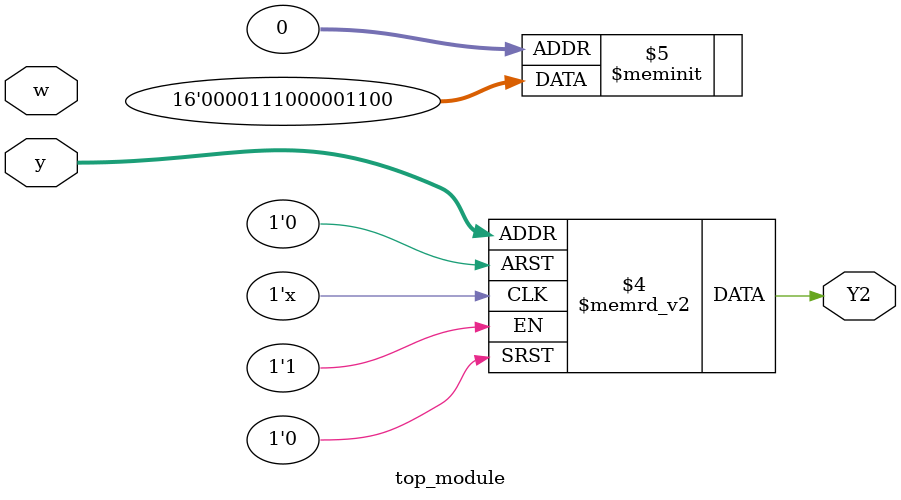
<source format=sv>
module top_module(
	input [3:0] y,
	input w,
	output reg Y2);
	
	always_comb begin
		case(y)
			4'h0, 4'h1: Y2 = 1'b0;
			4'h2, 4'h3, 4'h9, 4'ha, 4'hb: Y2 = 1'b1;
			4'h5, 4'h6, 4'h7, 4'h8: Y2 = 1'b0;
			default: Y2 = 1'b0;
		endcase
	end
	
endmodule

</source>
